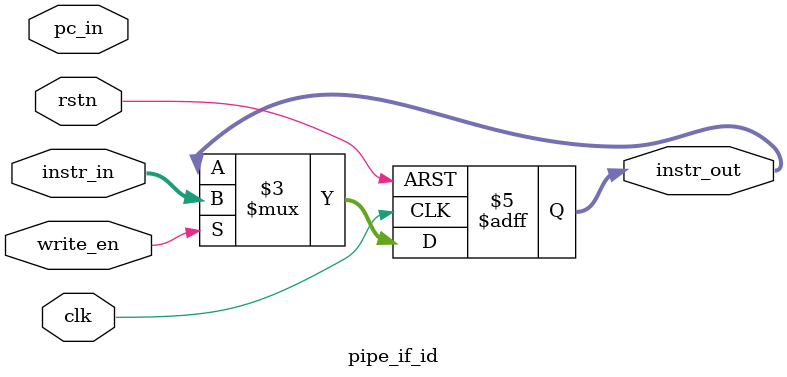
<source format=v>
`timescale 1ns / 1ps

module pipe_if_id (
    input clk,
    input rstn,
    input write_en,
    input [7:0] pc_in,
    input [19:0] instr_in,
    output reg [19:0] instr_out
);
    always @(posedge clk or negedge rstn) begin
        if (!rstn)
            instr_out <= 0;
        else if (write_en)
            instr_out <= instr_in;
    end
endmodule


</source>
